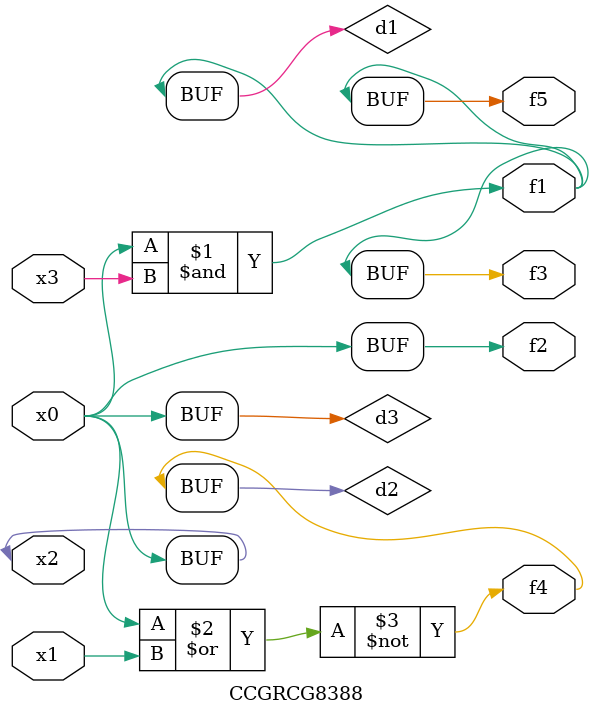
<source format=v>
module CCGRCG8388(
	input x0, x1, x2, x3,
	output f1, f2, f3, f4, f5
);

	wire d1, d2, d3;

	and (d1, x2, x3);
	nor (d2, x0, x1);
	buf (d3, x0, x2);
	assign f1 = d1;
	assign f2 = d3;
	assign f3 = d1;
	assign f4 = d2;
	assign f5 = d1;
endmodule

</source>
